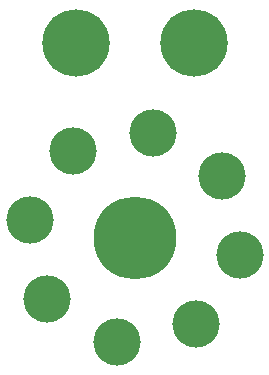
<source format=gbr>
%TF.GenerationSoftware,KiCad,Pcbnew,(6.0.0)*%
%TF.CreationDate,2022-08-20T16:14:09+12:00*%
%TF.ProjectId,MOTOR_TERMINAL_BREAKOUT_25,4d4f544f-525f-4544-9552-4d494e414c5f,0A*%
%TF.SameCoordinates,Original*%
%TF.FileFunction,Soldermask,Bot*%
%TF.FilePolarity,Negative*%
%FSLAX46Y46*%
G04 Gerber Fmt 4.6, Leading zero omitted, Abs format (unit mm)*
G04 Created by KiCad (PCBNEW (6.0.0)) date 2022-08-20 16:14:09*
%MOMM*%
%LPD*%
G01*
G04 APERTURE LIST*
%ADD10C,4.000000*%
%ADD11C,3.600000*%
%ADD12C,5.700000*%
%ADD13C,7.000000*%
G04 APERTURE END LIST*
D10*
%TO.C,H7*%
X214790000Y-142660000D03*
%TD*%
%TO.C,H8*%
X218500000Y-158870000D03*
%TD*%
%TO.C,H5*%
X221500000Y-141130000D03*
%TD*%
%TO.C,H4*%
X228870000Y-151500000D03*
%TD*%
D11*
%TO.C,H1*%
X225000000Y-133500000D03*
D12*
X225000000Y-133500000D03*
%TD*%
D13*
%TO.C,H13*%
X220000000Y-150000000D03*
%TD*%
D10*
%TO.C,H9*%
X211130000Y-148500000D03*
%TD*%
%TO.C,H3*%
X212570000Y-155210000D03*
%TD*%
D11*
%TO.C,H2*%
X215000000Y-133500000D03*
D12*
X215000000Y-133500000D03*
%TD*%
D10*
%TO.C,H10*%
X227340000Y-144790000D03*
%TD*%
%TO.C,H6*%
X225210000Y-157340000D03*
%TD*%
M02*

</source>
